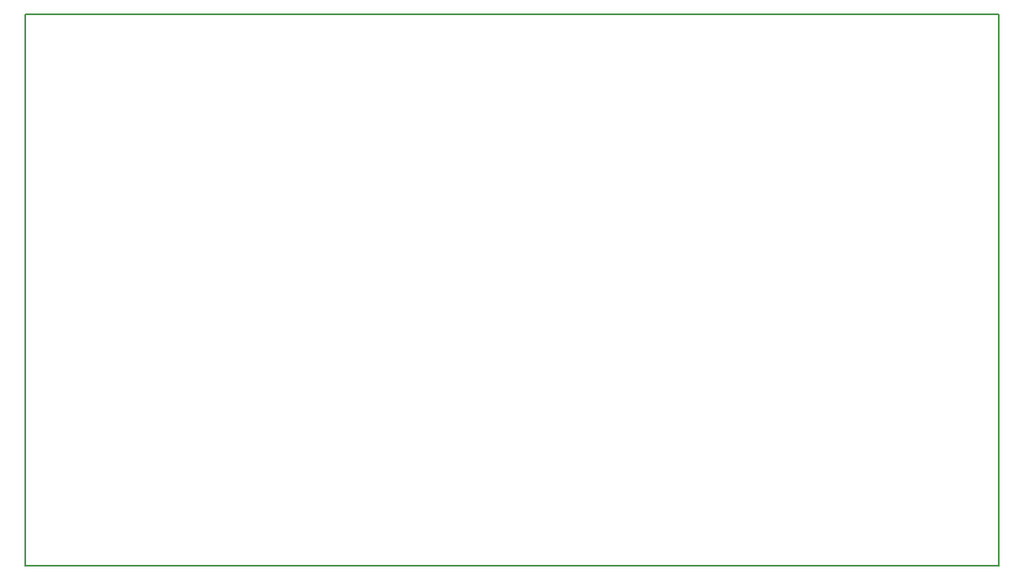
<source format=gbr>
%TF.GenerationSoftware,KiCad,Pcbnew,(6.0.1)*%
%TF.CreationDate,2022-11-17T10:08:14-05:00*%
%TF.ProjectId,ThermixelCtrl,54686572-6d69-4786-956c-4374726c2e6b,rev?*%
%TF.SameCoordinates,Original*%
%TF.FileFunction,Profile,NP*%
%FSLAX46Y46*%
G04 Gerber Fmt 4.6, Leading zero omitted, Abs format (unit mm)*
G04 Created by KiCad (PCBNEW (6.0.1)) date 2022-11-17 10:08:14*
%MOMM*%
%LPD*%
G01*
G04 APERTURE LIST*
%TA.AperFunction,Profile*%
%ADD10C,0.150000*%
%TD*%
G04 APERTURE END LIST*
D10*
X98000000Y0D02*
X98000000Y-55500000D01*
X98000000Y-55500000D02*
X0Y-55500000D01*
X0Y-55500000D02*
X0Y0D01*
X0Y0D02*
X98000000Y0D01*
M02*

</source>
